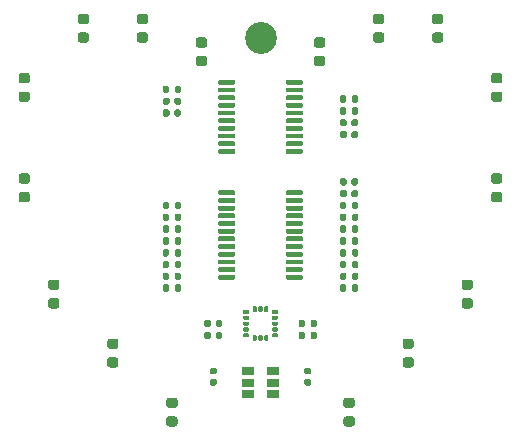
<source format=gbr>
%TF.GenerationSoftware,KiCad,Pcbnew,(5.1.9)-1*%
%TF.CreationDate,2021-12-28T16:52:40+01:00*%
%TF.ProjectId,heart,68656172-742e-46b6-9963-61645f706362,rev?*%
%TF.SameCoordinates,Original*%
%TF.FileFunction,Soldermask,Top*%
%TF.FilePolarity,Negative*%
%FSLAX46Y46*%
G04 Gerber Fmt 4.6, Leading zero omitted, Abs format (unit mm)*
G04 Created by KiCad (PCBNEW (5.1.9)-1) date 2021-12-28 16:52:40*
%MOMM*%
%LPD*%
G01*
G04 APERTURE LIST*
%ADD10C,2.700000*%
%ADD11R,1.060000X0.650000*%
G04 APERTURE END LIST*
%TO.C,U3*%
G36*
G01*
X49325000Y-83962500D02*
X49325000Y-83587500D01*
G75*
G02*
X49412500Y-83500000I87500J0D01*
G01*
X49587500Y-83500000D01*
G75*
G02*
X49675000Y-83587500I0J-87500D01*
G01*
X49675000Y-83962500D01*
G75*
G02*
X49587500Y-84050000I-87500J0D01*
G01*
X49412500Y-84050000D01*
G75*
G02*
X49325000Y-83962500I0J87500D01*
G01*
G37*
G36*
G01*
X49825000Y-83962500D02*
X49825000Y-83587500D01*
G75*
G02*
X49912500Y-83500000I87500J0D01*
G01*
X50087500Y-83500000D01*
G75*
G02*
X50175000Y-83587500I0J-87500D01*
G01*
X50175000Y-83962500D01*
G75*
G02*
X50087500Y-84050000I-87500J0D01*
G01*
X49912500Y-84050000D01*
G75*
G02*
X49825000Y-83962500I0J87500D01*
G01*
G37*
G36*
G01*
X50325000Y-83962500D02*
X50325000Y-83587500D01*
G75*
G02*
X50412500Y-83500000I87500J0D01*
G01*
X50587500Y-83500000D01*
G75*
G02*
X50675000Y-83587500I0J-87500D01*
G01*
X50675000Y-83962500D01*
G75*
G02*
X50587500Y-84050000I-87500J0D01*
G01*
X50412500Y-84050000D01*
G75*
G02*
X50325000Y-83962500I0J87500D01*
G01*
G37*
G36*
G01*
X50950000Y-84087500D02*
X50950000Y-83912500D01*
G75*
G02*
X51037500Y-83825000I87500J0D01*
G01*
X51412500Y-83825000D01*
G75*
G02*
X51500000Y-83912500I0J-87500D01*
G01*
X51500000Y-84087500D01*
G75*
G02*
X51412500Y-84175000I-87500J0D01*
G01*
X51037500Y-84175000D01*
G75*
G02*
X50950000Y-84087500I0J87500D01*
G01*
G37*
G36*
G01*
X50950000Y-84587500D02*
X50950000Y-84412500D01*
G75*
G02*
X51037500Y-84325000I87500J0D01*
G01*
X51412500Y-84325000D01*
G75*
G02*
X51500000Y-84412500I0J-87500D01*
G01*
X51500000Y-84587500D01*
G75*
G02*
X51412500Y-84675000I-87500J0D01*
G01*
X51037500Y-84675000D01*
G75*
G02*
X50950000Y-84587500I0J87500D01*
G01*
G37*
G36*
G01*
X50950000Y-85087500D02*
X50950000Y-84912500D01*
G75*
G02*
X51037500Y-84825000I87500J0D01*
G01*
X51412500Y-84825000D01*
G75*
G02*
X51500000Y-84912500I0J-87500D01*
G01*
X51500000Y-85087500D01*
G75*
G02*
X51412500Y-85175000I-87500J0D01*
G01*
X51037500Y-85175000D01*
G75*
G02*
X50950000Y-85087500I0J87500D01*
G01*
G37*
G36*
G01*
X50950000Y-85587500D02*
X50950000Y-85412500D01*
G75*
G02*
X51037500Y-85325000I87500J0D01*
G01*
X51412500Y-85325000D01*
G75*
G02*
X51500000Y-85412500I0J-87500D01*
G01*
X51500000Y-85587500D01*
G75*
G02*
X51412500Y-85675000I-87500J0D01*
G01*
X51037500Y-85675000D01*
G75*
G02*
X50950000Y-85587500I0J87500D01*
G01*
G37*
G36*
G01*
X50950000Y-86087500D02*
X50950000Y-85912500D01*
G75*
G02*
X51037500Y-85825000I87500J0D01*
G01*
X51412500Y-85825000D01*
G75*
G02*
X51500000Y-85912500I0J-87500D01*
G01*
X51500000Y-86087500D01*
G75*
G02*
X51412500Y-86175000I-87500J0D01*
G01*
X51037500Y-86175000D01*
G75*
G02*
X50950000Y-86087500I0J87500D01*
G01*
G37*
G36*
G01*
X50325000Y-86412500D02*
X50325000Y-86037500D01*
G75*
G02*
X50412500Y-85950000I87500J0D01*
G01*
X50587500Y-85950000D01*
G75*
G02*
X50675000Y-86037500I0J-87500D01*
G01*
X50675000Y-86412500D01*
G75*
G02*
X50587500Y-86500000I-87500J0D01*
G01*
X50412500Y-86500000D01*
G75*
G02*
X50325000Y-86412500I0J87500D01*
G01*
G37*
G36*
G01*
X49825000Y-86412500D02*
X49825000Y-86037500D01*
G75*
G02*
X49912500Y-85950000I87500J0D01*
G01*
X50087500Y-85950000D01*
G75*
G02*
X50175000Y-86037500I0J-87500D01*
G01*
X50175000Y-86412500D01*
G75*
G02*
X50087500Y-86500000I-87500J0D01*
G01*
X49912500Y-86500000D01*
G75*
G02*
X49825000Y-86412500I0J87500D01*
G01*
G37*
G36*
G01*
X49325000Y-86412500D02*
X49325000Y-86037500D01*
G75*
G02*
X49412500Y-85950000I87500J0D01*
G01*
X49587500Y-85950000D01*
G75*
G02*
X49675000Y-86037500I0J-87500D01*
G01*
X49675000Y-86412500D01*
G75*
G02*
X49587500Y-86500000I-87500J0D01*
G01*
X49412500Y-86500000D01*
G75*
G02*
X49325000Y-86412500I0J87500D01*
G01*
G37*
G36*
G01*
X48500000Y-86087500D02*
X48500000Y-85912500D01*
G75*
G02*
X48587500Y-85825000I87500J0D01*
G01*
X48962500Y-85825000D01*
G75*
G02*
X49050000Y-85912500I0J-87500D01*
G01*
X49050000Y-86087500D01*
G75*
G02*
X48962500Y-86175000I-87500J0D01*
G01*
X48587500Y-86175000D01*
G75*
G02*
X48500000Y-86087500I0J87500D01*
G01*
G37*
G36*
G01*
X48500000Y-85587500D02*
X48500000Y-85412500D01*
G75*
G02*
X48587500Y-85325000I87500J0D01*
G01*
X48962500Y-85325000D01*
G75*
G02*
X49050000Y-85412500I0J-87500D01*
G01*
X49050000Y-85587500D01*
G75*
G02*
X48962500Y-85675000I-87500J0D01*
G01*
X48587500Y-85675000D01*
G75*
G02*
X48500000Y-85587500I0J87500D01*
G01*
G37*
G36*
G01*
X48500000Y-85087500D02*
X48500000Y-84912500D01*
G75*
G02*
X48587500Y-84825000I87500J0D01*
G01*
X48962500Y-84825000D01*
G75*
G02*
X49050000Y-84912500I0J-87500D01*
G01*
X49050000Y-85087500D01*
G75*
G02*
X48962500Y-85175000I-87500J0D01*
G01*
X48587500Y-85175000D01*
G75*
G02*
X48500000Y-85087500I0J87500D01*
G01*
G37*
G36*
G01*
X48500000Y-84587500D02*
X48500000Y-84412500D01*
G75*
G02*
X48587500Y-84325000I87500J0D01*
G01*
X48962500Y-84325000D01*
G75*
G02*
X49050000Y-84412500I0J-87500D01*
G01*
X49050000Y-84587500D01*
G75*
G02*
X48962500Y-84675000I-87500J0D01*
G01*
X48587500Y-84675000D01*
G75*
G02*
X48500000Y-84587500I0J87500D01*
G01*
G37*
G36*
G01*
X48500000Y-84087500D02*
X48500000Y-83912500D01*
G75*
G02*
X48587500Y-83825000I87500J0D01*
G01*
X48962500Y-83825000D01*
G75*
G02*
X49050000Y-83912500I0J-87500D01*
G01*
X49050000Y-84087500D01*
G75*
G02*
X48962500Y-84175000I-87500J0D01*
G01*
X48587500Y-84175000D01*
G75*
G02*
X48500000Y-84087500I0J87500D01*
G01*
G37*
%TD*%
%TO.C,U2*%
G36*
G01*
X52125000Y-74025000D02*
X52125000Y-73825000D01*
G75*
G02*
X52225000Y-73725000I100000J0D01*
G01*
X53500000Y-73725000D01*
G75*
G02*
X53600000Y-73825000I0J-100000D01*
G01*
X53600000Y-74025000D01*
G75*
G02*
X53500000Y-74125000I-100000J0D01*
G01*
X52225000Y-74125000D01*
G75*
G02*
X52125000Y-74025000I0J100000D01*
G01*
G37*
G36*
G01*
X52125000Y-74675000D02*
X52125000Y-74475000D01*
G75*
G02*
X52225000Y-74375000I100000J0D01*
G01*
X53500000Y-74375000D01*
G75*
G02*
X53600000Y-74475000I0J-100000D01*
G01*
X53600000Y-74675000D01*
G75*
G02*
X53500000Y-74775000I-100000J0D01*
G01*
X52225000Y-74775000D01*
G75*
G02*
X52125000Y-74675000I0J100000D01*
G01*
G37*
G36*
G01*
X52125000Y-75325000D02*
X52125000Y-75125000D01*
G75*
G02*
X52225000Y-75025000I100000J0D01*
G01*
X53500000Y-75025000D01*
G75*
G02*
X53600000Y-75125000I0J-100000D01*
G01*
X53600000Y-75325000D01*
G75*
G02*
X53500000Y-75425000I-100000J0D01*
G01*
X52225000Y-75425000D01*
G75*
G02*
X52125000Y-75325000I0J100000D01*
G01*
G37*
G36*
G01*
X52125000Y-75975000D02*
X52125000Y-75775000D01*
G75*
G02*
X52225000Y-75675000I100000J0D01*
G01*
X53500000Y-75675000D01*
G75*
G02*
X53600000Y-75775000I0J-100000D01*
G01*
X53600000Y-75975000D01*
G75*
G02*
X53500000Y-76075000I-100000J0D01*
G01*
X52225000Y-76075000D01*
G75*
G02*
X52125000Y-75975000I0J100000D01*
G01*
G37*
G36*
G01*
X52125000Y-76625000D02*
X52125000Y-76425000D01*
G75*
G02*
X52225000Y-76325000I100000J0D01*
G01*
X53500000Y-76325000D01*
G75*
G02*
X53600000Y-76425000I0J-100000D01*
G01*
X53600000Y-76625000D01*
G75*
G02*
X53500000Y-76725000I-100000J0D01*
G01*
X52225000Y-76725000D01*
G75*
G02*
X52125000Y-76625000I0J100000D01*
G01*
G37*
G36*
G01*
X52125000Y-77275000D02*
X52125000Y-77075000D01*
G75*
G02*
X52225000Y-76975000I100000J0D01*
G01*
X53500000Y-76975000D01*
G75*
G02*
X53600000Y-77075000I0J-100000D01*
G01*
X53600000Y-77275000D01*
G75*
G02*
X53500000Y-77375000I-100000J0D01*
G01*
X52225000Y-77375000D01*
G75*
G02*
X52125000Y-77275000I0J100000D01*
G01*
G37*
G36*
G01*
X52125000Y-77925000D02*
X52125000Y-77725000D01*
G75*
G02*
X52225000Y-77625000I100000J0D01*
G01*
X53500000Y-77625000D01*
G75*
G02*
X53600000Y-77725000I0J-100000D01*
G01*
X53600000Y-77925000D01*
G75*
G02*
X53500000Y-78025000I-100000J0D01*
G01*
X52225000Y-78025000D01*
G75*
G02*
X52125000Y-77925000I0J100000D01*
G01*
G37*
G36*
G01*
X52125000Y-78575000D02*
X52125000Y-78375000D01*
G75*
G02*
X52225000Y-78275000I100000J0D01*
G01*
X53500000Y-78275000D01*
G75*
G02*
X53600000Y-78375000I0J-100000D01*
G01*
X53600000Y-78575000D01*
G75*
G02*
X53500000Y-78675000I-100000J0D01*
G01*
X52225000Y-78675000D01*
G75*
G02*
X52125000Y-78575000I0J100000D01*
G01*
G37*
G36*
G01*
X52125000Y-79225000D02*
X52125000Y-79025000D01*
G75*
G02*
X52225000Y-78925000I100000J0D01*
G01*
X53500000Y-78925000D01*
G75*
G02*
X53600000Y-79025000I0J-100000D01*
G01*
X53600000Y-79225000D01*
G75*
G02*
X53500000Y-79325000I-100000J0D01*
G01*
X52225000Y-79325000D01*
G75*
G02*
X52125000Y-79225000I0J100000D01*
G01*
G37*
G36*
G01*
X52125000Y-79875000D02*
X52125000Y-79675000D01*
G75*
G02*
X52225000Y-79575000I100000J0D01*
G01*
X53500000Y-79575000D01*
G75*
G02*
X53600000Y-79675000I0J-100000D01*
G01*
X53600000Y-79875000D01*
G75*
G02*
X53500000Y-79975000I-100000J0D01*
G01*
X52225000Y-79975000D01*
G75*
G02*
X52125000Y-79875000I0J100000D01*
G01*
G37*
G36*
G01*
X52125000Y-80525000D02*
X52125000Y-80325000D01*
G75*
G02*
X52225000Y-80225000I100000J0D01*
G01*
X53500000Y-80225000D01*
G75*
G02*
X53600000Y-80325000I0J-100000D01*
G01*
X53600000Y-80525000D01*
G75*
G02*
X53500000Y-80625000I-100000J0D01*
G01*
X52225000Y-80625000D01*
G75*
G02*
X52125000Y-80525000I0J100000D01*
G01*
G37*
G36*
G01*
X52125000Y-81175000D02*
X52125000Y-80975000D01*
G75*
G02*
X52225000Y-80875000I100000J0D01*
G01*
X53500000Y-80875000D01*
G75*
G02*
X53600000Y-80975000I0J-100000D01*
G01*
X53600000Y-81175000D01*
G75*
G02*
X53500000Y-81275000I-100000J0D01*
G01*
X52225000Y-81275000D01*
G75*
G02*
X52125000Y-81175000I0J100000D01*
G01*
G37*
G36*
G01*
X46400000Y-81175000D02*
X46400000Y-80975000D01*
G75*
G02*
X46500000Y-80875000I100000J0D01*
G01*
X47775000Y-80875000D01*
G75*
G02*
X47875000Y-80975000I0J-100000D01*
G01*
X47875000Y-81175000D01*
G75*
G02*
X47775000Y-81275000I-100000J0D01*
G01*
X46500000Y-81275000D01*
G75*
G02*
X46400000Y-81175000I0J100000D01*
G01*
G37*
G36*
G01*
X46400000Y-80525000D02*
X46400000Y-80325000D01*
G75*
G02*
X46500000Y-80225000I100000J0D01*
G01*
X47775000Y-80225000D01*
G75*
G02*
X47875000Y-80325000I0J-100000D01*
G01*
X47875000Y-80525000D01*
G75*
G02*
X47775000Y-80625000I-100000J0D01*
G01*
X46500000Y-80625000D01*
G75*
G02*
X46400000Y-80525000I0J100000D01*
G01*
G37*
G36*
G01*
X46400000Y-79875000D02*
X46400000Y-79675000D01*
G75*
G02*
X46500000Y-79575000I100000J0D01*
G01*
X47775000Y-79575000D01*
G75*
G02*
X47875000Y-79675000I0J-100000D01*
G01*
X47875000Y-79875000D01*
G75*
G02*
X47775000Y-79975000I-100000J0D01*
G01*
X46500000Y-79975000D01*
G75*
G02*
X46400000Y-79875000I0J100000D01*
G01*
G37*
G36*
G01*
X46400000Y-79225000D02*
X46400000Y-79025000D01*
G75*
G02*
X46500000Y-78925000I100000J0D01*
G01*
X47775000Y-78925000D01*
G75*
G02*
X47875000Y-79025000I0J-100000D01*
G01*
X47875000Y-79225000D01*
G75*
G02*
X47775000Y-79325000I-100000J0D01*
G01*
X46500000Y-79325000D01*
G75*
G02*
X46400000Y-79225000I0J100000D01*
G01*
G37*
G36*
G01*
X46400000Y-78575000D02*
X46400000Y-78375000D01*
G75*
G02*
X46500000Y-78275000I100000J0D01*
G01*
X47775000Y-78275000D01*
G75*
G02*
X47875000Y-78375000I0J-100000D01*
G01*
X47875000Y-78575000D01*
G75*
G02*
X47775000Y-78675000I-100000J0D01*
G01*
X46500000Y-78675000D01*
G75*
G02*
X46400000Y-78575000I0J100000D01*
G01*
G37*
G36*
G01*
X46400000Y-77925000D02*
X46400000Y-77725000D01*
G75*
G02*
X46500000Y-77625000I100000J0D01*
G01*
X47775000Y-77625000D01*
G75*
G02*
X47875000Y-77725000I0J-100000D01*
G01*
X47875000Y-77925000D01*
G75*
G02*
X47775000Y-78025000I-100000J0D01*
G01*
X46500000Y-78025000D01*
G75*
G02*
X46400000Y-77925000I0J100000D01*
G01*
G37*
G36*
G01*
X46400000Y-77275000D02*
X46400000Y-77075000D01*
G75*
G02*
X46500000Y-76975000I100000J0D01*
G01*
X47775000Y-76975000D01*
G75*
G02*
X47875000Y-77075000I0J-100000D01*
G01*
X47875000Y-77275000D01*
G75*
G02*
X47775000Y-77375000I-100000J0D01*
G01*
X46500000Y-77375000D01*
G75*
G02*
X46400000Y-77275000I0J100000D01*
G01*
G37*
G36*
G01*
X46400000Y-76625000D02*
X46400000Y-76425000D01*
G75*
G02*
X46500000Y-76325000I100000J0D01*
G01*
X47775000Y-76325000D01*
G75*
G02*
X47875000Y-76425000I0J-100000D01*
G01*
X47875000Y-76625000D01*
G75*
G02*
X47775000Y-76725000I-100000J0D01*
G01*
X46500000Y-76725000D01*
G75*
G02*
X46400000Y-76625000I0J100000D01*
G01*
G37*
G36*
G01*
X46400000Y-75975000D02*
X46400000Y-75775000D01*
G75*
G02*
X46500000Y-75675000I100000J0D01*
G01*
X47775000Y-75675000D01*
G75*
G02*
X47875000Y-75775000I0J-100000D01*
G01*
X47875000Y-75975000D01*
G75*
G02*
X47775000Y-76075000I-100000J0D01*
G01*
X46500000Y-76075000D01*
G75*
G02*
X46400000Y-75975000I0J100000D01*
G01*
G37*
G36*
G01*
X46400000Y-75325000D02*
X46400000Y-75125000D01*
G75*
G02*
X46500000Y-75025000I100000J0D01*
G01*
X47775000Y-75025000D01*
G75*
G02*
X47875000Y-75125000I0J-100000D01*
G01*
X47875000Y-75325000D01*
G75*
G02*
X47775000Y-75425000I-100000J0D01*
G01*
X46500000Y-75425000D01*
G75*
G02*
X46400000Y-75325000I0J100000D01*
G01*
G37*
G36*
G01*
X46400000Y-74675000D02*
X46400000Y-74475000D01*
G75*
G02*
X46500000Y-74375000I100000J0D01*
G01*
X47775000Y-74375000D01*
G75*
G02*
X47875000Y-74475000I0J-100000D01*
G01*
X47875000Y-74675000D01*
G75*
G02*
X47775000Y-74775000I-100000J0D01*
G01*
X46500000Y-74775000D01*
G75*
G02*
X46400000Y-74675000I0J100000D01*
G01*
G37*
G36*
G01*
X46400000Y-74025000D02*
X46400000Y-73825000D01*
G75*
G02*
X46500000Y-73725000I100000J0D01*
G01*
X47775000Y-73725000D01*
G75*
G02*
X47875000Y-73825000I0J-100000D01*
G01*
X47875000Y-74025000D01*
G75*
G02*
X47775000Y-74125000I-100000J0D01*
G01*
X46500000Y-74125000D01*
G75*
G02*
X46400000Y-74025000I0J100000D01*
G01*
G37*
%TD*%
D10*
%TO.C,REF\u002A\u002A*%
X50000000Y-60800000D03*
%TD*%
D11*
%TO.C,U4*%
X51100000Y-90000000D03*
X51100000Y-89050000D03*
X51100000Y-90950000D03*
X48900000Y-90950000D03*
X48900000Y-90000000D03*
X48900000Y-89050000D03*
%TD*%
%TO.C,C11*%
G36*
G01*
X46170000Y-89300000D02*
X45830000Y-89300000D01*
G75*
G02*
X45690000Y-89160000I0J140000D01*
G01*
X45690000Y-88880000D01*
G75*
G02*
X45830000Y-88740000I140000J0D01*
G01*
X46170000Y-88740000D01*
G75*
G02*
X46310000Y-88880000I0J-140000D01*
G01*
X46310000Y-89160000D01*
G75*
G02*
X46170000Y-89300000I-140000J0D01*
G01*
G37*
G36*
G01*
X46170000Y-90260000D02*
X45830000Y-90260000D01*
G75*
G02*
X45690000Y-90120000I0J140000D01*
G01*
X45690000Y-89840000D01*
G75*
G02*
X45830000Y-89700000I140000J0D01*
G01*
X46170000Y-89700000D01*
G75*
G02*
X46310000Y-89840000I0J-140000D01*
G01*
X46310000Y-90120000D01*
G75*
G02*
X46170000Y-90260000I-140000J0D01*
G01*
G37*
%TD*%
%TO.C,C10*%
G36*
G01*
X54170000Y-89300000D02*
X53830000Y-89300000D01*
G75*
G02*
X53690000Y-89160000I0J140000D01*
G01*
X53690000Y-88880000D01*
G75*
G02*
X53830000Y-88740000I140000J0D01*
G01*
X54170000Y-88740000D01*
G75*
G02*
X54310000Y-88880000I0J-140000D01*
G01*
X54310000Y-89160000D01*
G75*
G02*
X54170000Y-89300000I-140000J0D01*
G01*
G37*
G36*
G01*
X54170000Y-90260000D02*
X53830000Y-90260000D01*
G75*
G02*
X53690000Y-90120000I0J140000D01*
G01*
X53690000Y-89840000D01*
G75*
G02*
X53830000Y-89700000I140000J0D01*
G01*
X54170000Y-89700000D01*
G75*
G02*
X54310000Y-89840000I0J-140000D01*
G01*
X54310000Y-90120000D01*
G75*
G02*
X54170000Y-90260000I-140000J0D01*
G01*
G37*
%TD*%
%TO.C,D4*%
G36*
G01*
X30256250Y-73150000D02*
X29743750Y-73150000D01*
G75*
G02*
X29525000Y-72931250I0J218750D01*
G01*
X29525000Y-72493750D01*
G75*
G02*
X29743750Y-72275000I218750J0D01*
G01*
X30256250Y-72275000D01*
G75*
G02*
X30475000Y-72493750I0J-218750D01*
G01*
X30475000Y-72931250D01*
G75*
G02*
X30256250Y-73150000I-218750J0D01*
G01*
G37*
G36*
G01*
X30256250Y-74725000D02*
X29743750Y-74725000D01*
G75*
G02*
X29525000Y-74506250I0J218750D01*
G01*
X29525000Y-74068750D01*
G75*
G02*
X29743750Y-73850000I218750J0D01*
G01*
X30256250Y-73850000D01*
G75*
G02*
X30475000Y-74068750I0J-218750D01*
G01*
X30475000Y-74506250D01*
G75*
G02*
X30256250Y-74725000I-218750J0D01*
G01*
G37*
%TD*%
%TO.C,D7*%
G36*
G01*
X42756250Y-92150000D02*
X42243750Y-92150000D01*
G75*
G02*
X42025000Y-91931250I0J218750D01*
G01*
X42025000Y-91493750D01*
G75*
G02*
X42243750Y-91275000I218750J0D01*
G01*
X42756250Y-91275000D01*
G75*
G02*
X42975000Y-91493750I0J-218750D01*
G01*
X42975000Y-91931250D01*
G75*
G02*
X42756250Y-92150000I-218750J0D01*
G01*
G37*
G36*
G01*
X42756250Y-93725000D02*
X42243750Y-93725000D01*
G75*
G02*
X42025000Y-93506250I0J218750D01*
G01*
X42025000Y-93068750D01*
G75*
G02*
X42243750Y-92850000I218750J0D01*
G01*
X42756250Y-92850000D01*
G75*
G02*
X42975000Y-93068750I0J-218750D01*
G01*
X42975000Y-93506250D01*
G75*
G02*
X42756250Y-93725000I-218750J0D01*
G01*
G37*
%TD*%
%TO.C,R26*%
G36*
G01*
X53760000Y-85815000D02*
X53760000Y-86185000D01*
G75*
G02*
X53625000Y-86320000I-135000J0D01*
G01*
X53355000Y-86320000D01*
G75*
G02*
X53220000Y-86185000I0J135000D01*
G01*
X53220000Y-85815000D01*
G75*
G02*
X53355000Y-85680000I135000J0D01*
G01*
X53625000Y-85680000D01*
G75*
G02*
X53760000Y-85815000I0J-135000D01*
G01*
G37*
G36*
G01*
X54780000Y-85815000D02*
X54780000Y-86185000D01*
G75*
G02*
X54645000Y-86320000I-135000J0D01*
G01*
X54375000Y-86320000D01*
G75*
G02*
X54240000Y-86185000I0J135000D01*
G01*
X54240000Y-85815000D01*
G75*
G02*
X54375000Y-85680000I135000J0D01*
G01*
X54645000Y-85680000D01*
G75*
G02*
X54780000Y-85815000I0J-135000D01*
G01*
G37*
%TD*%
%TO.C,R25*%
G36*
G01*
X54240000Y-85185000D02*
X54240000Y-84815000D01*
G75*
G02*
X54375000Y-84680000I135000J0D01*
G01*
X54645000Y-84680000D01*
G75*
G02*
X54780000Y-84815000I0J-135000D01*
G01*
X54780000Y-85185000D01*
G75*
G02*
X54645000Y-85320000I-135000J0D01*
G01*
X54375000Y-85320000D01*
G75*
G02*
X54240000Y-85185000I0J135000D01*
G01*
G37*
G36*
G01*
X53220000Y-85185000D02*
X53220000Y-84815000D01*
G75*
G02*
X53355000Y-84680000I135000J0D01*
G01*
X53625000Y-84680000D01*
G75*
G02*
X53760000Y-84815000I0J-135000D01*
G01*
X53760000Y-85185000D01*
G75*
G02*
X53625000Y-85320000I-135000J0D01*
G01*
X53355000Y-85320000D01*
G75*
G02*
X53220000Y-85185000I0J135000D01*
G01*
G37*
%TD*%
%TO.C,R15*%
G36*
G01*
X57740000Y-75185000D02*
X57740000Y-74815000D01*
G75*
G02*
X57875000Y-74680000I135000J0D01*
G01*
X58145000Y-74680000D01*
G75*
G02*
X58280000Y-74815000I0J-135000D01*
G01*
X58280000Y-75185000D01*
G75*
G02*
X58145000Y-75320000I-135000J0D01*
G01*
X57875000Y-75320000D01*
G75*
G02*
X57740000Y-75185000I0J135000D01*
G01*
G37*
G36*
G01*
X56720000Y-75185000D02*
X56720000Y-74815000D01*
G75*
G02*
X56855000Y-74680000I135000J0D01*
G01*
X57125000Y-74680000D01*
G75*
G02*
X57260000Y-74815000I0J-135000D01*
G01*
X57260000Y-75185000D01*
G75*
G02*
X57125000Y-75320000I-135000J0D01*
G01*
X56855000Y-75320000D01*
G75*
G02*
X56720000Y-75185000I0J135000D01*
G01*
G37*
%TD*%
%TO.C,R14*%
G36*
G01*
X57740000Y-76185000D02*
X57740000Y-75815000D01*
G75*
G02*
X57875000Y-75680000I135000J0D01*
G01*
X58145000Y-75680000D01*
G75*
G02*
X58280000Y-75815000I0J-135000D01*
G01*
X58280000Y-76185000D01*
G75*
G02*
X58145000Y-76320000I-135000J0D01*
G01*
X57875000Y-76320000D01*
G75*
G02*
X57740000Y-76185000I0J135000D01*
G01*
G37*
G36*
G01*
X56720000Y-76185000D02*
X56720000Y-75815000D01*
G75*
G02*
X56855000Y-75680000I135000J0D01*
G01*
X57125000Y-75680000D01*
G75*
G02*
X57260000Y-75815000I0J-135000D01*
G01*
X57260000Y-76185000D01*
G75*
G02*
X57125000Y-76320000I-135000J0D01*
G01*
X56855000Y-76320000D01*
G75*
G02*
X56720000Y-76185000I0J135000D01*
G01*
G37*
%TD*%
%TO.C,R13*%
G36*
G01*
X57740000Y-77185000D02*
X57740000Y-76815000D01*
G75*
G02*
X57875000Y-76680000I135000J0D01*
G01*
X58145000Y-76680000D01*
G75*
G02*
X58280000Y-76815000I0J-135000D01*
G01*
X58280000Y-77185000D01*
G75*
G02*
X58145000Y-77320000I-135000J0D01*
G01*
X57875000Y-77320000D01*
G75*
G02*
X57740000Y-77185000I0J135000D01*
G01*
G37*
G36*
G01*
X56720000Y-77185000D02*
X56720000Y-76815000D01*
G75*
G02*
X56855000Y-76680000I135000J0D01*
G01*
X57125000Y-76680000D01*
G75*
G02*
X57260000Y-76815000I0J-135000D01*
G01*
X57260000Y-77185000D01*
G75*
G02*
X57125000Y-77320000I-135000J0D01*
G01*
X56855000Y-77320000D01*
G75*
G02*
X56720000Y-77185000I0J135000D01*
G01*
G37*
%TD*%
%TO.C,R12*%
G36*
G01*
X57740000Y-78185000D02*
X57740000Y-77815000D01*
G75*
G02*
X57875000Y-77680000I135000J0D01*
G01*
X58145000Y-77680000D01*
G75*
G02*
X58280000Y-77815000I0J-135000D01*
G01*
X58280000Y-78185000D01*
G75*
G02*
X58145000Y-78320000I-135000J0D01*
G01*
X57875000Y-78320000D01*
G75*
G02*
X57740000Y-78185000I0J135000D01*
G01*
G37*
G36*
G01*
X56720000Y-78185000D02*
X56720000Y-77815000D01*
G75*
G02*
X56855000Y-77680000I135000J0D01*
G01*
X57125000Y-77680000D01*
G75*
G02*
X57260000Y-77815000I0J-135000D01*
G01*
X57260000Y-78185000D01*
G75*
G02*
X57125000Y-78320000I-135000J0D01*
G01*
X56855000Y-78320000D01*
G75*
G02*
X56720000Y-78185000I0J135000D01*
G01*
G37*
%TD*%
%TO.C,R11*%
G36*
G01*
X57740000Y-79185000D02*
X57740000Y-78815000D01*
G75*
G02*
X57875000Y-78680000I135000J0D01*
G01*
X58145000Y-78680000D01*
G75*
G02*
X58280000Y-78815000I0J-135000D01*
G01*
X58280000Y-79185000D01*
G75*
G02*
X58145000Y-79320000I-135000J0D01*
G01*
X57875000Y-79320000D01*
G75*
G02*
X57740000Y-79185000I0J135000D01*
G01*
G37*
G36*
G01*
X56720000Y-79185000D02*
X56720000Y-78815000D01*
G75*
G02*
X56855000Y-78680000I135000J0D01*
G01*
X57125000Y-78680000D01*
G75*
G02*
X57260000Y-78815000I0J-135000D01*
G01*
X57260000Y-79185000D01*
G75*
G02*
X57125000Y-79320000I-135000J0D01*
G01*
X56855000Y-79320000D01*
G75*
G02*
X56720000Y-79185000I0J135000D01*
G01*
G37*
%TD*%
%TO.C,R10*%
G36*
G01*
X57740000Y-80185000D02*
X57740000Y-79815000D01*
G75*
G02*
X57875000Y-79680000I135000J0D01*
G01*
X58145000Y-79680000D01*
G75*
G02*
X58280000Y-79815000I0J-135000D01*
G01*
X58280000Y-80185000D01*
G75*
G02*
X58145000Y-80320000I-135000J0D01*
G01*
X57875000Y-80320000D01*
G75*
G02*
X57740000Y-80185000I0J135000D01*
G01*
G37*
G36*
G01*
X56720000Y-80185000D02*
X56720000Y-79815000D01*
G75*
G02*
X56855000Y-79680000I135000J0D01*
G01*
X57125000Y-79680000D01*
G75*
G02*
X57260000Y-79815000I0J-135000D01*
G01*
X57260000Y-80185000D01*
G75*
G02*
X57125000Y-80320000I-135000J0D01*
G01*
X56855000Y-80320000D01*
G75*
G02*
X56720000Y-80185000I0J135000D01*
G01*
G37*
%TD*%
%TO.C,R9*%
G36*
G01*
X57740000Y-81185000D02*
X57740000Y-80815000D01*
G75*
G02*
X57875000Y-80680000I135000J0D01*
G01*
X58145000Y-80680000D01*
G75*
G02*
X58280000Y-80815000I0J-135000D01*
G01*
X58280000Y-81185000D01*
G75*
G02*
X58145000Y-81320000I-135000J0D01*
G01*
X57875000Y-81320000D01*
G75*
G02*
X57740000Y-81185000I0J135000D01*
G01*
G37*
G36*
G01*
X56720000Y-81185000D02*
X56720000Y-80815000D01*
G75*
G02*
X56855000Y-80680000I135000J0D01*
G01*
X57125000Y-80680000D01*
G75*
G02*
X57260000Y-80815000I0J-135000D01*
G01*
X57260000Y-81185000D01*
G75*
G02*
X57125000Y-81320000I-135000J0D01*
G01*
X56855000Y-81320000D01*
G75*
G02*
X56720000Y-81185000I0J135000D01*
G01*
G37*
%TD*%
%TO.C,R8*%
G36*
G01*
X57740000Y-82185000D02*
X57740000Y-81815000D01*
G75*
G02*
X57875000Y-81680000I135000J0D01*
G01*
X58145000Y-81680000D01*
G75*
G02*
X58280000Y-81815000I0J-135000D01*
G01*
X58280000Y-82185000D01*
G75*
G02*
X58145000Y-82320000I-135000J0D01*
G01*
X57875000Y-82320000D01*
G75*
G02*
X57740000Y-82185000I0J135000D01*
G01*
G37*
G36*
G01*
X56720000Y-82185000D02*
X56720000Y-81815000D01*
G75*
G02*
X56855000Y-81680000I135000J0D01*
G01*
X57125000Y-81680000D01*
G75*
G02*
X57260000Y-81815000I0J-135000D01*
G01*
X57260000Y-82185000D01*
G75*
G02*
X57125000Y-82320000I-135000J0D01*
G01*
X56855000Y-82320000D01*
G75*
G02*
X56720000Y-82185000I0J135000D01*
G01*
G37*
%TD*%
%TO.C,R7*%
G36*
G01*
X42260000Y-81815000D02*
X42260000Y-82185000D01*
G75*
G02*
X42125000Y-82320000I-135000J0D01*
G01*
X41855000Y-82320000D01*
G75*
G02*
X41720000Y-82185000I0J135000D01*
G01*
X41720000Y-81815000D01*
G75*
G02*
X41855000Y-81680000I135000J0D01*
G01*
X42125000Y-81680000D01*
G75*
G02*
X42260000Y-81815000I0J-135000D01*
G01*
G37*
G36*
G01*
X43280000Y-81815000D02*
X43280000Y-82185000D01*
G75*
G02*
X43145000Y-82320000I-135000J0D01*
G01*
X42875000Y-82320000D01*
G75*
G02*
X42740000Y-82185000I0J135000D01*
G01*
X42740000Y-81815000D01*
G75*
G02*
X42875000Y-81680000I135000J0D01*
G01*
X43145000Y-81680000D01*
G75*
G02*
X43280000Y-81815000I0J-135000D01*
G01*
G37*
%TD*%
%TO.C,R6*%
G36*
G01*
X42260000Y-80815000D02*
X42260000Y-81185000D01*
G75*
G02*
X42125000Y-81320000I-135000J0D01*
G01*
X41855000Y-81320000D01*
G75*
G02*
X41720000Y-81185000I0J135000D01*
G01*
X41720000Y-80815000D01*
G75*
G02*
X41855000Y-80680000I135000J0D01*
G01*
X42125000Y-80680000D01*
G75*
G02*
X42260000Y-80815000I0J-135000D01*
G01*
G37*
G36*
G01*
X43280000Y-80815000D02*
X43280000Y-81185000D01*
G75*
G02*
X43145000Y-81320000I-135000J0D01*
G01*
X42875000Y-81320000D01*
G75*
G02*
X42740000Y-81185000I0J135000D01*
G01*
X42740000Y-80815000D01*
G75*
G02*
X42875000Y-80680000I135000J0D01*
G01*
X43145000Y-80680000D01*
G75*
G02*
X43280000Y-80815000I0J-135000D01*
G01*
G37*
%TD*%
%TO.C,R5*%
G36*
G01*
X42260000Y-79815000D02*
X42260000Y-80185000D01*
G75*
G02*
X42125000Y-80320000I-135000J0D01*
G01*
X41855000Y-80320000D01*
G75*
G02*
X41720000Y-80185000I0J135000D01*
G01*
X41720000Y-79815000D01*
G75*
G02*
X41855000Y-79680000I135000J0D01*
G01*
X42125000Y-79680000D01*
G75*
G02*
X42260000Y-79815000I0J-135000D01*
G01*
G37*
G36*
G01*
X43280000Y-79815000D02*
X43280000Y-80185000D01*
G75*
G02*
X43145000Y-80320000I-135000J0D01*
G01*
X42875000Y-80320000D01*
G75*
G02*
X42740000Y-80185000I0J135000D01*
G01*
X42740000Y-79815000D01*
G75*
G02*
X42875000Y-79680000I135000J0D01*
G01*
X43145000Y-79680000D01*
G75*
G02*
X43280000Y-79815000I0J-135000D01*
G01*
G37*
%TD*%
%TO.C,R4*%
G36*
G01*
X42260000Y-78815000D02*
X42260000Y-79185000D01*
G75*
G02*
X42125000Y-79320000I-135000J0D01*
G01*
X41855000Y-79320000D01*
G75*
G02*
X41720000Y-79185000I0J135000D01*
G01*
X41720000Y-78815000D01*
G75*
G02*
X41855000Y-78680000I135000J0D01*
G01*
X42125000Y-78680000D01*
G75*
G02*
X42260000Y-78815000I0J-135000D01*
G01*
G37*
G36*
G01*
X43280000Y-78815000D02*
X43280000Y-79185000D01*
G75*
G02*
X43145000Y-79320000I-135000J0D01*
G01*
X42875000Y-79320000D01*
G75*
G02*
X42740000Y-79185000I0J135000D01*
G01*
X42740000Y-78815000D01*
G75*
G02*
X42875000Y-78680000I135000J0D01*
G01*
X43145000Y-78680000D01*
G75*
G02*
X43280000Y-78815000I0J-135000D01*
G01*
G37*
%TD*%
%TO.C,R0*%
G36*
G01*
X42260000Y-74815000D02*
X42260000Y-75185000D01*
G75*
G02*
X42125000Y-75320000I-135000J0D01*
G01*
X41855000Y-75320000D01*
G75*
G02*
X41720000Y-75185000I0J135000D01*
G01*
X41720000Y-74815000D01*
G75*
G02*
X41855000Y-74680000I135000J0D01*
G01*
X42125000Y-74680000D01*
G75*
G02*
X42260000Y-74815000I0J-135000D01*
G01*
G37*
G36*
G01*
X43280000Y-74815000D02*
X43280000Y-75185000D01*
G75*
G02*
X43145000Y-75320000I-135000J0D01*
G01*
X42875000Y-75320000D01*
G75*
G02*
X42740000Y-75185000I0J135000D01*
G01*
X42740000Y-74815000D01*
G75*
G02*
X42875000Y-74680000I135000J0D01*
G01*
X43145000Y-74680000D01*
G75*
G02*
X43280000Y-74815000I0J-135000D01*
G01*
G37*
%TD*%
%TO.C,R1*%
G36*
G01*
X42260000Y-75815000D02*
X42260000Y-76185000D01*
G75*
G02*
X42125000Y-76320000I-135000J0D01*
G01*
X41855000Y-76320000D01*
G75*
G02*
X41720000Y-76185000I0J135000D01*
G01*
X41720000Y-75815000D01*
G75*
G02*
X41855000Y-75680000I135000J0D01*
G01*
X42125000Y-75680000D01*
G75*
G02*
X42260000Y-75815000I0J-135000D01*
G01*
G37*
G36*
G01*
X43280000Y-75815000D02*
X43280000Y-76185000D01*
G75*
G02*
X43145000Y-76320000I-135000J0D01*
G01*
X42875000Y-76320000D01*
G75*
G02*
X42740000Y-76185000I0J135000D01*
G01*
X42740000Y-75815000D01*
G75*
G02*
X42875000Y-75680000I135000J0D01*
G01*
X43145000Y-75680000D01*
G75*
G02*
X43280000Y-75815000I0J-135000D01*
G01*
G37*
%TD*%
%TO.C,R3*%
G36*
G01*
X42260000Y-77815000D02*
X42260000Y-78185000D01*
G75*
G02*
X42125000Y-78320000I-135000J0D01*
G01*
X41855000Y-78320000D01*
G75*
G02*
X41720000Y-78185000I0J135000D01*
G01*
X41720000Y-77815000D01*
G75*
G02*
X41855000Y-77680000I135000J0D01*
G01*
X42125000Y-77680000D01*
G75*
G02*
X42260000Y-77815000I0J-135000D01*
G01*
G37*
G36*
G01*
X43280000Y-77815000D02*
X43280000Y-78185000D01*
G75*
G02*
X43145000Y-78320000I-135000J0D01*
G01*
X42875000Y-78320000D01*
G75*
G02*
X42740000Y-78185000I0J135000D01*
G01*
X42740000Y-77815000D01*
G75*
G02*
X42875000Y-77680000I135000J0D01*
G01*
X43145000Y-77680000D01*
G75*
G02*
X43280000Y-77815000I0J-135000D01*
G01*
G37*
%TD*%
%TO.C,R2*%
G36*
G01*
X42260000Y-76815000D02*
X42260000Y-77185000D01*
G75*
G02*
X42125000Y-77320000I-135000J0D01*
G01*
X41855000Y-77320000D01*
G75*
G02*
X41720000Y-77185000I0J135000D01*
G01*
X41720000Y-76815000D01*
G75*
G02*
X41855000Y-76680000I135000J0D01*
G01*
X42125000Y-76680000D01*
G75*
G02*
X42260000Y-76815000I0J-135000D01*
G01*
G37*
G36*
G01*
X43280000Y-76815000D02*
X43280000Y-77185000D01*
G75*
G02*
X43145000Y-77320000I-135000J0D01*
G01*
X42875000Y-77320000D01*
G75*
G02*
X42740000Y-77185000I0J135000D01*
G01*
X42740000Y-76815000D01*
G75*
G02*
X42875000Y-76680000I135000J0D01*
G01*
X43145000Y-76680000D01*
G75*
G02*
X43280000Y-76815000I0J-135000D01*
G01*
G37*
%TD*%
%TO.C,R23*%
G36*
G01*
X57260000Y-65815000D02*
X57260000Y-66185000D01*
G75*
G02*
X57125000Y-66320000I-135000J0D01*
G01*
X56855000Y-66320000D01*
G75*
G02*
X56720000Y-66185000I0J135000D01*
G01*
X56720000Y-65815000D01*
G75*
G02*
X56855000Y-65680000I135000J0D01*
G01*
X57125000Y-65680000D01*
G75*
G02*
X57260000Y-65815000I0J-135000D01*
G01*
G37*
G36*
G01*
X58280000Y-65815000D02*
X58280000Y-66185000D01*
G75*
G02*
X58145000Y-66320000I-135000J0D01*
G01*
X57875000Y-66320000D01*
G75*
G02*
X57740000Y-66185000I0J135000D01*
G01*
X57740000Y-65815000D01*
G75*
G02*
X57875000Y-65680000I135000J0D01*
G01*
X58145000Y-65680000D01*
G75*
G02*
X58280000Y-65815000I0J-135000D01*
G01*
G37*
%TD*%
%TO.C,R22*%
G36*
G01*
X57740000Y-67185000D02*
X57740000Y-66815000D01*
G75*
G02*
X57875000Y-66680000I135000J0D01*
G01*
X58145000Y-66680000D01*
G75*
G02*
X58280000Y-66815000I0J-135000D01*
G01*
X58280000Y-67185000D01*
G75*
G02*
X58145000Y-67320000I-135000J0D01*
G01*
X57875000Y-67320000D01*
G75*
G02*
X57740000Y-67185000I0J135000D01*
G01*
G37*
G36*
G01*
X56720000Y-67185000D02*
X56720000Y-66815000D01*
G75*
G02*
X56855000Y-66680000I135000J0D01*
G01*
X57125000Y-66680000D01*
G75*
G02*
X57260000Y-66815000I0J-135000D01*
G01*
X57260000Y-67185000D01*
G75*
G02*
X57125000Y-67320000I-135000J0D01*
G01*
X56855000Y-67320000D01*
G75*
G02*
X56720000Y-67185000I0J135000D01*
G01*
G37*
%TD*%
%TO.C,R21*%
G36*
G01*
X42740000Y-65360000D02*
X42740000Y-64990000D01*
G75*
G02*
X42875000Y-64855000I135000J0D01*
G01*
X43145000Y-64855000D01*
G75*
G02*
X43280000Y-64990000I0J-135000D01*
G01*
X43280000Y-65360000D01*
G75*
G02*
X43145000Y-65495000I-135000J0D01*
G01*
X42875000Y-65495000D01*
G75*
G02*
X42740000Y-65360000I0J135000D01*
G01*
G37*
G36*
G01*
X41720000Y-65360000D02*
X41720000Y-64990000D01*
G75*
G02*
X41855000Y-64855000I135000J0D01*
G01*
X42125000Y-64855000D01*
G75*
G02*
X42260000Y-64990000I0J-135000D01*
G01*
X42260000Y-65360000D01*
G75*
G02*
X42125000Y-65495000I-135000J0D01*
G01*
X41855000Y-65495000D01*
G75*
G02*
X41720000Y-65360000I0J135000D01*
G01*
G37*
%TD*%
%TO.C,D15*%
G36*
G01*
X55256250Y-61650000D02*
X54743750Y-61650000D01*
G75*
G02*
X54525000Y-61431250I0J218750D01*
G01*
X54525000Y-60993750D01*
G75*
G02*
X54743750Y-60775000I218750J0D01*
G01*
X55256250Y-60775000D01*
G75*
G02*
X55475000Y-60993750I0J-218750D01*
G01*
X55475000Y-61431250D01*
G75*
G02*
X55256250Y-61650000I-218750J0D01*
G01*
G37*
G36*
G01*
X55256250Y-63225000D02*
X54743750Y-63225000D01*
G75*
G02*
X54525000Y-63006250I0J218750D01*
G01*
X54525000Y-62568750D01*
G75*
G02*
X54743750Y-62350000I218750J0D01*
G01*
X55256250Y-62350000D01*
G75*
G02*
X55475000Y-62568750I0J-218750D01*
G01*
X55475000Y-63006250D01*
G75*
G02*
X55256250Y-63225000I-218750J0D01*
G01*
G37*
%TD*%
%TO.C,D14*%
G36*
G01*
X60256250Y-59650000D02*
X59743750Y-59650000D01*
G75*
G02*
X59525000Y-59431250I0J218750D01*
G01*
X59525000Y-58993750D01*
G75*
G02*
X59743750Y-58775000I218750J0D01*
G01*
X60256250Y-58775000D01*
G75*
G02*
X60475000Y-58993750I0J-218750D01*
G01*
X60475000Y-59431250D01*
G75*
G02*
X60256250Y-59650000I-218750J0D01*
G01*
G37*
G36*
G01*
X60256250Y-61225000D02*
X59743750Y-61225000D01*
G75*
G02*
X59525000Y-61006250I0J218750D01*
G01*
X59525000Y-60568750D01*
G75*
G02*
X59743750Y-60350000I218750J0D01*
G01*
X60256250Y-60350000D01*
G75*
G02*
X60475000Y-60568750I0J-218750D01*
G01*
X60475000Y-61006250D01*
G75*
G02*
X60256250Y-61225000I-218750J0D01*
G01*
G37*
%TD*%
%TO.C,D13*%
G36*
G01*
X65256250Y-59650000D02*
X64743750Y-59650000D01*
G75*
G02*
X64525000Y-59431250I0J218750D01*
G01*
X64525000Y-58993750D01*
G75*
G02*
X64743750Y-58775000I218750J0D01*
G01*
X65256250Y-58775000D01*
G75*
G02*
X65475000Y-58993750I0J-218750D01*
G01*
X65475000Y-59431250D01*
G75*
G02*
X65256250Y-59650000I-218750J0D01*
G01*
G37*
G36*
G01*
X65256250Y-61225000D02*
X64743750Y-61225000D01*
G75*
G02*
X64525000Y-61006250I0J218750D01*
G01*
X64525000Y-60568750D01*
G75*
G02*
X64743750Y-60350000I218750J0D01*
G01*
X65256250Y-60350000D01*
G75*
G02*
X65475000Y-60568750I0J-218750D01*
G01*
X65475000Y-61006250D01*
G75*
G02*
X65256250Y-61225000I-218750J0D01*
G01*
G37*
%TD*%
%TO.C,D12*%
G36*
G01*
X70256250Y-64650000D02*
X69743750Y-64650000D01*
G75*
G02*
X69525000Y-64431250I0J218750D01*
G01*
X69525000Y-63993750D01*
G75*
G02*
X69743750Y-63775000I218750J0D01*
G01*
X70256250Y-63775000D01*
G75*
G02*
X70475000Y-63993750I0J-218750D01*
G01*
X70475000Y-64431250D01*
G75*
G02*
X70256250Y-64650000I-218750J0D01*
G01*
G37*
G36*
G01*
X70256250Y-66225000D02*
X69743750Y-66225000D01*
G75*
G02*
X69525000Y-66006250I0J218750D01*
G01*
X69525000Y-65568750D01*
G75*
G02*
X69743750Y-65350000I218750J0D01*
G01*
X70256250Y-65350000D01*
G75*
G02*
X70475000Y-65568750I0J-218750D01*
G01*
X70475000Y-66006250D01*
G75*
G02*
X70256250Y-66225000I-218750J0D01*
G01*
G37*
%TD*%
%TO.C,D11*%
G36*
G01*
X70256250Y-73150000D02*
X69743750Y-73150000D01*
G75*
G02*
X69525000Y-72931250I0J218750D01*
G01*
X69525000Y-72493750D01*
G75*
G02*
X69743750Y-72275000I218750J0D01*
G01*
X70256250Y-72275000D01*
G75*
G02*
X70475000Y-72493750I0J-218750D01*
G01*
X70475000Y-72931250D01*
G75*
G02*
X70256250Y-73150000I-218750J0D01*
G01*
G37*
G36*
G01*
X70256250Y-74725000D02*
X69743750Y-74725000D01*
G75*
G02*
X69525000Y-74506250I0J218750D01*
G01*
X69525000Y-74068750D01*
G75*
G02*
X69743750Y-73850000I218750J0D01*
G01*
X70256250Y-73850000D01*
G75*
G02*
X70475000Y-74068750I0J-218750D01*
G01*
X70475000Y-74506250D01*
G75*
G02*
X70256250Y-74725000I-218750J0D01*
G01*
G37*
%TD*%
%TO.C,D10*%
G36*
G01*
X67756250Y-82150000D02*
X67243750Y-82150000D01*
G75*
G02*
X67025000Y-81931250I0J218750D01*
G01*
X67025000Y-81493750D01*
G75*
G02*
X67243750Y-81275000I218750J0D01*
G01*
X67756250Y-81275000D01*
G75*
G02*
X67975000Y-81493750I0J-218750D01*
G01*
X67975000Y-81931250D01*
G75*
G02*
X67756250Y-82150000I-218750J0D01*
G01*
G37*
G36*
G01*
X67756250Y-83725000D02*
X67243750Y-83725000D01*
G75*
G02*
X67025000Y-83506250I0J218750D01*
G01*
X67025000Y-83068750D01*
G75*
G02*
X67243750Y-82850000I218750J0D01*
G01*
X67756250Y-82850000D01*
G75*
G02*
X67975000Y-83068750I0J-218750D01*
G01*
X67975000Y-83506250D01*
G75*
G02*
X67756250Y-83725000I-218750J0D01*
G01*
G37*
%TD*%
%TO.C,D9*%
G36*
G01*
X62756250Y-87150000D02*
X62243750Y-87150000D01*
G75*
G02*
X62025000Y-86931250I0J218750D01*
G01*
X62025000Y-86493750D01*
G75*
G02*
X62243750Y-86275000I218750J0D01*
G01*
X62756250Y-86275000D01*
G75*
G02*
X62975000Y-86493750I0J-218750D01*
G01*
X62975000Y-86931250D01*
G75*
G02*
X62756250Y-87150000I-218750J0D01*
G01*
G37*
G36*
G01*
X62756250Y-88725000D02*
X62243750Y-88725000D01*
G75*
G02*
X62025000Y-88506250I0J218750D01*
G01*
X62025000Y-88068750D01*
G75*
G02*
X62243750Y-87850000I218750J0D01*
G01*
X62756250Y-87850000D01*
G75*
G02*
X62975000Y-88068750I0J-218750D01*
G01*
X62975000Y-88506250D01*
G75*
G02*
X62756250Y-88725000I-218750J0D01*
G01*
G37*
%TD*%
%TO.C,D8*%
G36*
G01*
X57756250Y-92150000D02*
X57243750Y-92150000D01*
G75*
G02*
X57025000Y-91931250I0J218750D01*
G01*
X57025000Y-91493750D01*
G75*
G02*
X57243750Y-91275000I218750J0D01*
G01*
X57756250Y-91275000D01*
G75*
G02*
X57975000Y-91493750I0J-218750D01*
G01*
X57975000Y-91931250D01*
G75*
G02*
X57756250Y-92150000I-218750J0D01*
G01*
G37*
G36*
G01*
X57756250Y-93725000D02*
X57243750Y-93725000D01*
G75*
G02*
X57025000Y-93506250I0J218750D01*
G01*
X57025000Y-93068750D01*
G75*
G02*
X57243750Y-92850000I218750J0D01*
G01*
X57756250Y-92850000D01*
G75*
G02*
X57975000Y-93068750I0J-218750D01*
G01*
X57975000Y-93506250D01*
G75*
G02*
X57756250Y-93725000I-218750J0D01*
G01*
G37*
%TD*%
%TO.C,D6*%
G36*
G01*
X37756250Y-87150000D02*
X37243750Y-87150000D01*
G75*
G02*
X37025000Y-86931250I0J218750D01*
G01*
X37025000Y-86493750D01*
G75*
G02*
X37243750Y-86275000I218750J0D01*
G01*
X37756250Y-86275000D01*
G75*
G02*
X37975000Y-86493750I0J-218750D01*
G01*
X37975000Y-86931250D01*
G75*
G02*
X37756250Y-87150000I-218750J0D01*
G01*
G37*
G36*
G01*
X37756250Y-88725000D02*
X37243750Y-88725000D01*
G75*
G02*
X37025000Y-88506250I0J218750D01*
G01*
X37025000Y-88068750D01*
G75*
G02*
X37243750Y-87850000I218750J0D01*
G01*
X37756250Y-87850000D01*
G75*
G02*
X37975000Y-88068750I0J-218750D01*
G01*
X37975000Y-88506250D01*
G75*
G02*
X37756250Y-88725000I-218750J0D01*
G01*
G37*
%TD*%
%TO.C,D5*%
G36*
G01*
X32756250Y-82150000D02*
X32243750Y-82150000D01*
G75*
G02*
X32025000Y-81931250I0J218750D01*
G01*
X32025000Y-81493750D01*
G75*
G02*
X32243750Y-81275000I218750J0D01*
G01*
X32756250Y-81275000D01*
G75*
G02*
X32975000Y-81493750I0J-218750D01*
G01*
X32975000Y-81931250D01*
G75*
G02*
X32756250Y-82150000I-218750J0D01*
G01*
G37*
G36*
G01*
X32756250Y-83725000D02*
X32243750Y-83725000D01*
G75*
G02*
X32025000Y-83506250I0J218750D01*
G01*
X32025000Y-83068750D01*
G75*
G02*
X32243750Y-82850000I218750J0D01*
G01*
X32756250Y-82850000D01*
G75*
G02*
X32975000Y-83068750I0J-218750D01*
G01*
X32975000Y-83506250D01*
G75*
G02*
X32756250Y-83725000I-218750J0D01*
G01*
G37*
%TD*%
%TO.C,D3*%
G36*
G01*
X30256250Y-64650000D02*
X29743750Y-64650000D01*
G75*
G02*
X29525000Y-64431250I0J218750D01*
G01*
X29525000Y-63993750D01*
G75*
G02*
X29743750Y-63775000I218750J0D01*
G01*
X30256250Y-63775000D01*
G75*
G02*
X30475000Y-63993750I0J-218750D01*
G01*
X30475000Y-64431250D01*
G75*
G02*
X30256250Y-64650000I-218750J0D01*
G01*
G37*
G36*
G01*
X30256250Y-66225000D02*
X29743750Y-66225000D01*
G75*
G02*
X29525000Y-66006250I0J218750D01*
G01*
X29525000Y-65568750D01*
G75*
G02*
X29743750Y-65350000I218750J0D01*
G01*
X30256250Y-65350000D01*
G75*
G02*
X30475000Y-65568750I0J-218750D01*
G01*
X30475000Y-66006250D01*
G75*
G02*
X30256250Y-66225000I-218750J0D01*
G01*
G37*
%TD*%
%TO.C,D2*%
G36*
G01*
X35256250Y-59650000D02*
X34743750Y-59650000D01*
G75*
G02*
X34525000Y-59431250I0J218750D01*
G01*
X34525000Y-58993750D01*
G75*
G02*
X34743750Y-58775000I218750J0D01*
G01*
X35256250Y-58775000D01*
G75*
G02*
X35475000Y-58993750I0J-218750D01*
G01*
X35475000Y-59431250D01*
G75*
G02*
X35256250Y-59650000I-218750J0D01*
G01*
G37*
G36*
G01*
X35256250Y-61225000D02*
X34743750Y-61225000D01*
G75*
G02*
X34525000Y-61006250I0J218750D01*
G01*
X34525000Y-60568750D01*
G75*
G02*
X34743750Y-60350000I218750J0D01*
G01*
X35256250Y-60350000D01*
G75*
G02*
X35475000Y-60568750I0J-218750D01*
G01*
X35475000Y-61006250D01*
G75*
G02*
X35256250Y-61225000I-218750J0D01*
G01*
G37*
%TD*%
%TO.C,D1*%
G36*
G01*
X40256250Y-59650000D02*
X39743750Y-59650000D01*
G75*
G02*
X39525000Y-59431250I0J218750D01*
G01*
X39525000Y-58993750D01*
G75*
G02*
X39743750Y-58775000I218750J0D01*
G01*
X40256250Y-58775000D01*
G75*
G02*
X40475000Y-58993750I0J-218750D01*
G01*
X40475000Y-59431250D01*
G75*
G02*
X40256250Y-59650000I-218750J0D01*
G01*
G37*
G36*
G01*
X40256250Y-61225000D02*
X39743750Y-61225000D01*
G75*
G02*
X39525000Y-61006250I0J218750D01*
G01*
X39525000Y-60568750D01*
G75*
G02*
X39743750Y-60350000I218750J0D01*
G01*
X40256250Y-60350000D01*
G75*
G02*
X40475000Y-60568750I0J-218750D01*
G01*
X40475000Y-61006250D01*
G75*
G02*
X40256250Y-61225000I-218750J0D01*
G01*
G37*
%TD*%
%TO.C,D0*%
G36*
G01*
X45256250Y-61650000D02*
X44743750Y-61650000D01*
G75*
G02*
X44525000Y-61431250I0J218750D01*
G01*
X44525000Y-60993750D01*
G75*
G02*
X44743750Y-60775000I218750J0D01*
G01*
X45256250Y-60775000D01*
G75*
G02*
X45475000Y-60993750I0J-218750D01*
G01*
X45475000Y-61431250D01*
G75*
G02*
X45256250Y-61650000I-218750J0D01*
G01*
G37*
G36*
G01*
X45256250Y-63225000D02*
X44743750Y-63225000D01*
G75*
G02*
X44525000Y-63006250I0J218750D01*
G01*
X44525000Y-62568750D01*
G75*
G02*
X44743750Y-62350000I218750J0D01*
G01*
X45256250Y-62350000D01*
G75*
G02*
X45475000Y-62568750I0J-218750D01*
G01*
X45475000Y-63006250D01*
G75*
G02*
X45256250Y-63225000I-218750J0D01*
G01*
G37*
%TD*%
%TO.C,C9*%
G36*
G01*
X45800000Y-85830000D02*
X45800000Y-86170000D01*
G75*
G02*
X45660000Y-86310000I-140000J0D01*
G01*
X45380000Y-86310000D01*
G75*
G02*
X45240000Y-86170000I0J140000D01*
G01*
X45240000Y-85830000D01*
G75*
G02*
X45380000Y-85690000I140000J0D01*
G01*
X45660000Y-85690000D01*
G75*
G02*
X45800000Y-85830000I0J-140000D01*
G01*
G37*
G36*
G01*
X46760000Y-85830000D02*
X46760000Y-86170000D01*
G75*
G02*
X46620000Y-86310000I-140000J0D01*
G01*
X46340000Y-86310000D01*
G75*
G02*
X46200000Y-86170000I0J140000D01*
G01*
X46200000Y-85830000D01*
G75*
G02*
X46340000Y-85690000I140000J0D01*
G01*
X46620000Y-85690000D01*
G75*
G02*
X46760000Y-85830000I0J-140000D01*
G01*
G37*
%TD*%
%TO.C,C8*%
G36*
G01*
X46200000Y-85170000D02*
X46200000Y-84830000D01*
G75*
G02*
X46340000Y-84690000I140000J0D01*
G01*
X46620000Y-84690000D01*
G75*
G02*
X46760000Y-84830000I0J-140000D01*
G01*
X46760000Y-85170000D01*
G75*
G02*
X46620000Y-85310000I-140000J0D01*
G01*
X46340000Y-85310000D01*
G75*
G02*
X46200000Y-85170000I0J140000D01*
G01*
G37*
G36*
G01*
X45240000Y-85170000D02*
X45240000Y-84830000D01*
G75*
G02*
X45380000Y-84690000I140000J0D01*
G01*
X45660000Y-84690000D01*
G75*
G02*
X45800000Y-84830000I0J-140000D01*
G01*
X45800000Y-85170000D01*
G75*
G02*
X45660000Y-85310000I-140000J0D01*
G01*
X45380000Y-85310000D01*
G75*
G02*
X45240000Y-85170000I0J140000D01*
G01*
G37*
%TD*%
%TO.C,C7*%
G36*
G01*
X57300000Y-72830000D02*
X57300000Y-73170000D01*
G75*
G02*
X57160000Y-73310000I-140000J0D01*
G01*
X56880000Y-73310000D01*
G75*
G02*
X56740000Y-73170000I0J140000D01*
G01*
X56740000Y-72830000D01*
G75*
G02*
X56880000Y-72690000I140000J0D01*
G01*
X57160000Y-72690000D01*
G75*
G02*
X57300000Y-72830000I0J-140000D01*
G01*
G37*
G36*
G01*
X58260000Y-72830000D02*
X58260000Y-73170000D01*
G75*
G02*
X58120000Y-73310000I-140000J0D01*
G01*
X57840000Y-73310000D01*
G75*
G02*
X57700000Y-73170000I0J140000D01*
G01*
X57700000Y-72830000D01*
G75*
G02*
X57840000Y-72690000I140000J0D01*
G01*
X58120000Y-72690000D01*
G75*
G02*
X58260000Y-72830000I0J-140000D01*
G01*
G37*
%TD*%
%TO.C,C6*%
G36*
G01*
X57700000Y-74170000D02*
X57700000Y-73830000D01*
G75*
G02*
X57840000Y-73690000I140000J0D01*
G01*
X58120000Y-73690000D01*
G75*
G02*
X58260000Y-73830000I0J-140000D01*
G01*
X58260000Y-74170000D01*
G75*
G02*
X58120000Y-74310000I-140000J0D01*
G01*
X57840000Y-74310000D01*
G75*
G02*
X57700000Y-74170000I0J140000D01*
G01*
G37*
G36*
G01*
X56740000Y-74170000D02*
X56740000Y-73830000D01*
G75*
G02*
X56880000Y-73690000I140000J0D01*
G01*
X57160000Y-73690000D01*
G75*
G02*
X57300000Y-73830000I0J-140000D01*
G01*
X57300000Y-74170000D01*
G75*
G02*
X57160000Y-74310000I-140000J0D01*
G01*
X56880000Y-74310000D01*
G75*
G02*
X56740000Y-74170000I0J140000D01*
G01*
G37*
%TD*%
%TO.C,C4*%
G36*
G01*
X42300000Y-67005000D02*
X42300000Y-67345000D01*
G75*
G02*
X42160000Y-67485000I-140000J0D01*
G01*
X41880000Y-67485000D01*
G75*
G02*
X41740000Y-67345000I0J140000D01*
G01*
X41740000Y-67005000D01*
G75*
G02*
X41880000Y-66865000I140000J0D01*
G01*
X42160000Y-66865000D01*
G75*
G02*
X42300000Y-67005000I0J-140000D01*
G01*
G37*
G36*
G01*
X43260000Y-67005000D02*
X43260000Y-67345000D01*
G75*
G02*
X43120000Y-67485000I-140000J0D01*
G01*
X42840000Y-67485000D01*
G75*
G02*
X42700000Y-67345000I0J140000D01*
G01*
X42700000Y-67005000D01*
G75*
G02*
X42840000Y-66865000I140000J0D01*
G01*
X43120000Y-66865000D01*
G75*
G02*
X43260000Y-67005000I0J-140000D01*
G01*
G37*
%TD*%
%TO.C,C3*%
G36*
G01*
X57300000Y-67830000D02*
X57300000Y-68170000D01*
G75*
G02*
X57160000Y-68310000I-140000J0D01*
G01*
X56880000Y-68310000D01*
G75*
G02*
X56740000Y-68170000I0J140000D01*
G01*
X56740000Y-67830000D01*
G75*
G02*
X56880000Y-67690000I140000J0D01*
G01*
X57160000Y-67690000D01*
G75*
G02*
X57300000Y-67830000I0J-140000D01*
G01*
G37*
G36*
G01*
X58260000Y-67830000D02*
X58260000Y-68170000D01*
G75*
G02*
X58120000Y-68310000I-140000J0D01*
G01*
X57840000Y-68310000D01*
G75*
G02*
X57700000Y-68170000I0J140000D01*
G01*
X57700000Y-67830000D01*
G75*
G02*
X57840000Y-67690000I140000J0D01*
G01*
X58120000Y-67690000D01*
G75*
G02*
X58260000Y-67830000I0J-140000D01*
G01*
G37*
%TD*%
%TO.C,C2*%
G36*
G01*
X57700000Y-69170000D02*
X57700000Y-68830000D01*
G75*
G02*
X57840000Y-68690000I140000J0D01*
G01*
X58120000Y-68690000D01*
G75*
G02*
X58260000Y-68830000I0J-140000D01*
G01*
X58260000Y-69170000D01*
G75*
G02*
X58120000Y-69310000I-140000J0D01*
G01*
X57840000Y-69310000D01*
G75*
G02*
X57700000Y-69170000I0J140000D01*
G01*
G37*
G36*
G01*
X56740000Y-69170000D02*
X56740000Y-68830000D01*
G75*
G02*
X56880000Y-68690000I140000J0D01*
G01*
X57160000Y-68690000D01*
G75*
G02*
X57300000Y-68830000I0J-140000D01*
G01*
X57300000Y-69170000D01*
G75*
G02*
X57160000Y-69310000I-140000J0D01*
G01*
X56880000Y-69310000D01*
G75*
G02*
X56740000Y-69170000I0J140000D01*
G01*
G37*
%TD*%
%TO.C,C5*%
G36*
G01*
X42300000Y-66005000D02*
X42300000Y-66345000D01*
G75*
G02*
X42160000Y-66485000I-140000J0D01*
G01*
X41880000Y-66485000D01*
G75*
G02*
X41740000Y-66345000I0J140000D01*
G01*
X41740000Y-66005000D01*
G75*
G02*
X41880000Y-65865000I140000J0D01*
G01*
X42160000Y-65865000D01*
G75*
G02*
X42300000Y-66005000I0J-140000D01*
G01*
G37*
G36*
G01*
X43260000Y-66005000D02*
X43260000Y-66345000D01*
G75*
G02*
X43120000Y-66485000I-140000J0D01*
G01*
X42840000Y-66485000D01*
G75*
G02*
X42700000Y-66345000I0J140000D01*
G01*
X42700000Y-66005000D01*
G75*
G02*
X42840000Y-65865000I140000J0D01*
G01*
X43120000Y-65865000D01*
G75*
G02*
X43260000Y-66005000I0J-140000D01*
G01*
G37*
%TD*%
%TO.C,U1*%
G36*
G01*
X52125000Y-64675000D02*
X52125000Y-64475000D01*
G75*
G02*
X52225000Y-64375000I100000J0D01*
G01*
X53500000Y-64375000D01*
G75*
G02*
X53600000Y-64475000I0J-100000D01*
G01*
X53600000Y-64675000D01*
G75*
G02*
X53500000Y-64775000I-100000J0D01*
G01*
X52225000Y-64775000D01*
G75*
G02*
X52125000Y-64675000I0J100000D01*
G01*
G37*
G36*
G01*
X52125000Y-65325000D02*
X52125000Y-65125000D01*
G75*
G02*
X52225000Y-65025000I100000J0D01*
G01*
X53500000Y-65025000D01*
G75*
G02*
X53600000Y-65125000I0J-100000D01*
G01*
X53600000Y-65325000D01*
G75*
G02*
X53500000Y-65425000I-100000J0D01*
G01*
X52225000Y-65425000D01*
G75*
G02*
X52125000Y-65325000I0J100000D01*
G01*
G37*
G36*
G01*
X52125000Y-65975000D02*
X52125000Y-65775000D01*
G75*
G02*
X52225000Y-65675000I100000J0D01*
G01*
X53500000Y-65675000D01*
G75*
G02*
X53600000Y-65775000I0J-100000D01*
G01*
X53600000Y-65975000D01*
G75*
G02*
X53500000Y-66075000I-100000J0D01*
G01*
X52225000Y-66075000D01*
G75*
G02*
X52125000Y-65975000I0J100000D01*
G01*
G37*
G36*
G01*
X52125000Y-66625000D02*
X52125000Y-66425000D01*
G75*
G02*
X52225000Y-66325000I100000J0D01*
G01*
X53500000Y-66325000D01*
G75*
G02*
X53600000Y-66425000I0J-100000D01*
G01*
X53600000Y-66625000D01*
G75*
G02*
X53500000Y-66725000I-100000J0D01*
G01*
X52225000Y-66725000D01*
G75*
G02*
X52125000Y-66625000I0J100000D01*
G01*
G37*
G36*
G01*
X52125000Y-67275000D02*
X52125000Y-67075000D01*
G75*
G02*
X52225000Y-66975000I100000J0D01*
G01*
X53500000Y-66975000D01*
G75*
G02*
X53600000Y-67075000I0J-100000D01*
G01*
X53600000Y-67275000D01*
G75*
G02*
X53500000Y-67375000I-100000J0D01*
G01*
X52225000Y-67375000D01*
G75*
G02*
X52125000Y-67275000I0J100000D01*
G01*
G37*
G36*
G01*
X52125000Y-67925000D02*
X52125000Y-67725000D01*
G75*
G02*
X52225000Y-67625000I100000J0D01*
G01*
X53500000Y-67625000D01*
G75*
G02*
X53600000Y-67725000I0J-100000D01*
G01*
X53600000Y-67925000D01*
G75*
G02*
X53500000Y-68025000I-100000J0D01*
G01*
X52225000Y-68025000D01*
G75*
G02*
X52125000Y-67925000I0J100000D01*
G01*
G37*
G36*
G01*
X52125000Y-68575000D02*
X52125000Y-68375000D01*
G75*
G02*
X52225000Y-68275000I100000J0D01*
G01*
X53500000Y-68275000D01*
G75*
G02*
X53600000Y-68375000I0J-100000D01*
G01*
X53600000Y-68575000D01*
G75*
G02*
X53500000Y-68675000I-100000J0D01*
G01*
X52225000Y-68675000D01*
G75*
G02*
X52125000Y-68575000I0J100000D01*
G01*
G37*
G36*
G01*
X52125000Y-69225000D02*
X52125000Y-69025000D01*
G75*
G02*
X52225000Y-68925000I100000J0D01*
G01*
X53500000Y-68925000D01*
G75*
G02*
X53600000Y-69025000I0J-100000D01*
G01*
X53600000Y-69225000D01*
G75*
G02*
X53500000Y-69325000I-100000J0D01*
G01*
X52225000Y-69325000D01*
G75*
G02*
X52125000Y-69225000I0J100000D01*
G01*
G37*
G36*
G01*
X52125000Y-69875000D02*
X52125000Y-69675000D01*
G75*
G02*
X52225000Y-69575000I100000J0D01*
G01*
X53500000Y-69575000D01*
G75*
G02*
X53600000Y-69675000I0J-100000D01*
G01*
X53600000Y-69875000D01*
G75*
G02*
X53500000Y-69975000I-100000J0D01*
G01*
X52225000Y-69975000D01*
G75*
G02*
X52125000Y-69875000I0J100000D01*
G01*
G37*
G36*
G01*
X52125000Y-70525000D02*
X52125000Y-70325000D01*
G75*
G02*
X52225000Y-70225000I100000J0D01*
G01*
X53500000Y-70225000D01*
G75*
G02*
X53600000Y-70325000I0J-100000D01*
G01*
X53600000Y-70525000D01*
G75*
G02*
X53500000Y-70625000I-100000J0D01*
G01*
X52225000Y-70625000D01*
G75*
G02*
X52125000Y-70525000I0J100000D01*
G01*
G37*
G36*
G01*
X46400000Y-70525000D02*
X46400000Y-70325000D01*
G75*
G02*
X46500000Y-70225000I100000J0D01*
G01*
X47775000Y-70225000D01*
G75*
G02*
X47875000Y-70325000I0J-100000D01*
G01*
X47875000Y-70525000D01*
G75*
G02*
X47775000Y-70625000I-100000J0D01*
G01*
X46500000Y-70625000D01*
G75*
G02*
X46400000Y-70525000I0J100000D01*
G01*
G37*
G36*
G01*
X46400000Y-69875000D02*
X46400000Y-69675000D01*
G75*
G02*
X46500000Y-69575000I100000J0D01*
G01*
X47775000Y-69575000D01*
G75*
G02*
X47875000Y-69675000I0J-100000D01*
G01*
X47875000Y-69875000D01*
G75*
G02*
X47775000Y-69975000I-100000J0D01*
G01*
X46500000Y-69975000D01*
G75*
G02*
X46400000Y-69875000I0J100000D01*
G01*
G37*
G36*
G01*
X46400000Y-69225000D02*
X46400000Y-69025000D01*
G75*
G02*
X46500000Y-68925000I100000J0D01*
G01*
X47775000Y-68925000D01*
G75*
G02*
X47875000Y-69025000I0J-100000D01*
G01*
X47875000Y-69225000D01*
G75*
G02*
X47775000Y-69325000I-100000J0D01*
G01*
X46500000Y-69325000D01*
G75*
G02*
X46400000Y-69225000I0J100000D01*
G01*
G37*
G36*
G01*
X46400000Y-68575000D02*
X46400000Y-68375000D01*
G75*
G02*
X46500000Y-68275000I100000J0D01*
G01*
X47775000Y-68275000D01*
G75*
G02*
X47875000Y-68375000I0J-100000D01*
G01*
X47875000Y-68575000D01*
G75*
G02*
X47775000Y-68675000I-100000J0D01*
G01*
X46500000Y-68675000D01*
G75*
G02*
X46400000Y-68575000I0J100000D01*
G01*
G37*
G36*
G01*
X46400000Y-67925000D02*
X46400000Y-67725000D01*
G75*
G02*
X46500000Y-67625000I100000J0D01*
G01*
X47775000Y-67625000D01*
G75*
G02*
X47875000Y-67725000I0J-100000D01*
G01*
X47875000Y-67925000D01*
G75*
G02*
X47775000Y-68025000I-100000J0D01*
G01*
X46500000Y-68025000D01*
G75*
G02*
X46400000Y-67925000I0J100000D01*
G01*
G37*
G36*
G01*
X46400000Y-67275000D02*
X46400000Y-67075000D01*
G75*
G02*
X46500000Y-66975000I100000J0D01*
G01*
X47775000Y-66975000D01*
G75*
G02*
X47875000Y-67075000I0J-100000D01*
G01*
X47875000Y-67275000D01*
G75*
G02*
X47775000Y-67375000I-100000J0D01*
G01*
X46500000Y-67375000D01*
G75*
G02*
X46400000Y-67275000I0J100000D01*
G01*
G37*
G36*
G01*
X46400000Y-66625000D02*
X46400000Y-66425000D01*
G75*
G02*
X46500000Y-66325000I100000J0D01*
G01*
X47775000Y-66325000D01*
G75*
G02*
X47875000Y-66425000I0J-100000D01*
G01*
X47875000Y-66625000D01*
G75*
G02*
X47775000Y-66725000I-100000J0D01*
G01*
X46500000Y-66725000D01*
G75*
G02*
X46400000Y-66625000I0J100000D01*
G01*
G37*
G36*
G01*
X46400000Y-65975000D02*
X46400000Y-65775000D01*
G75*
G02*
X46500000Y-65675000I100000J0D01*
G01*
X47775000Y-65675000D01*
G75*
G02*
X47875000Y-65775000I0J-100000D01*
G01*
X47875000Y-65975000D01*
G75*
G02*
X47775000Y-66075000I-100000J0D01*
G01*
X46500000Y-66075000D01*
G75*
G02*
X46400000Y-65975000I0J100000D01*
G01*
G37*
G36*
G01*
X46400000Y-65325000D02*
X46400000Y-65125000D01*
G75*
G02*
X46500000Y-65025000I100000J0D01*
G01*
X47775000Y-65025000D01*
G75*
G02*
X47875000Y-65125000I0J-100000D01*
G01*
X47875000Y-65325000D01*
G75*
G02*
X47775000Y-65425000I-100000J0D01*
G01*
X46500000Y-65425000D01*
G75*
G02*
X46400000Y-65325000I0J100000D01*
G01*
G37*
G36*
G01*
X46400000Y-64675000D02*
X46400000Y-64475000D01*
G75*
G02*
X46500000Y-64375000I100000J0D01*
G01*
X47775000Y-64375000D01*
G75*
G02*
X47875000Y-64475000I0J-100000D01*
G01*
X47875000Y-64675000D01*
G75*
G02*
X47775000Y-64775000I-100000J0D01*
G01*
X46500000Y-64775000D01*
G75*
G02*
X46400000Y-64675000I0J100000D01*
G01*
G37*
%TD*%
M02*

</source>
